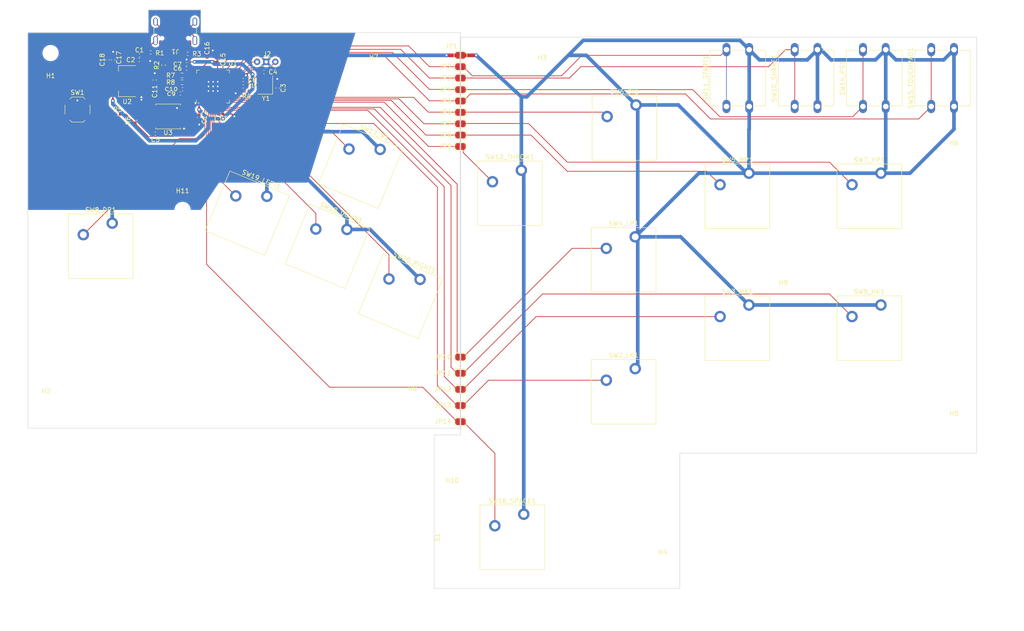
<source format=kicad_pcb>
(kicad_pcb (version 20240108) (generator "pcbnew") (generator_version "8.0")
  (layers (0 "F.Cu" signal) (31 "B.Cu" signal) (34 "B.Paste" user) (35 "F.Paste" user) (36 "B.SilkS" user "B.Silkscreen") (37 "F.SilkS" user "F.Silkscreen") (38 "B.Mask" user) (39 "F.Mask" user) (44 "Edge.Cuts" user))
  (net 0 "")
  (net 1 "VBUS")
  (net 2 "GND")
  (net 3 "+3.3V")
  (net 4 "Net-(C4-Pad2)")
  (net 5 "Net-(J1-SHIELD)")
  (net 6 "Net-(J1-CC2)")
  (net 7 "Net-(J1-CC1)")
  (net 14 "+1V1")
  (net 15 "Net-(R5-Pad1)")
  (net 16 "Net-(U1-USB_DM)")
  (net 17 "Net-(U1-USB_DP)")
  (net 18 "/Main/XIN")
  (net 19 "/Main/XOUT")
  (net 20 "/Main/QSPI_SS")
  (net 21 "/Main/D-")
  (net 22 "/Main/D+")
  (net 23 "/Main/SWCLK")
  (net 24 "/Main/SWDIO")
  (net 25 "/Main/QSPI_SD3")
  (net 26 "/Main/QSPI_SCLK")
  (net 27 "/Main/QSPI_SD0")
  (net 28 "/Main/QSPI_SD2")
  (net 29 "/Main/QSPI_SD1")
  (net 38 "/Buttons/L3")
  (net 39 "/Buttons/S2")
  (net 40 "/Buttons/S1")
  (net 41 "/Buttons/A1")
  (net 42 "/Buttons/A2")
  (net 43 "/Buttons/L1")
  (net 44 "/Buttons/R1")
  (net 45 "/Buttons/B4")
  (net 46 "/Buttons/B3")
  (net 47 "/Buttons/R2")
  (net 48 "/Buttons/B2")
  (net 49 "/Buttons/B1")
  (net 50 "/Buttons/SPACE")
  (net 51 "/Main/S2")
  (net 52 "/Main/S1")
  (net 53 "/Main/A1")
  (net 54 "/Main/A2")
  (net 55 "/Main/L1")
  (net 56 "/Main/R1")
  (net 57 "/Main/B4")
  (net 58 "/Main/L3")
  (net 59 "/Main/B3")
  (net 60 "/Main/R2")
  (net 61 "/Main/B2")
  (net 62 "/Main/B1")
  (net 63 "/Main/SPACE")
  (net 64 "DOWN")
  (net 65 "RIGHT")
  (net 66 "LEFT")
  (net 67 "L2")
  (net 68 "W")
  (footprint "Fightstick_Library:EdgeSolderJumper-2_P1.3mm_Bridged_RoundedPad1.0x1.5mm" (layer "F.Cu") (at 139.07 96.38)
    (property "Reference" "JP10")
    (property "Value" "SolderJumper_2_Bridged")
  )
  (footprint "Capacitor_SMD:C_0402_1005Metric" (layer "F.Cu") (at 68.5 31)
    (property "Reference" "C2")
    (property "Value" "4.7u")
  )
  (footprint "PCM_Switch_Keyboard_Cherry_MX:SW_Cherry_MX_PCB" (layer "F.Cu") (at 228.933943 90)
    (property "Reference" "SW9_HK1")
    (property "Value" "SW_Push")
  )
  (footprint "" (layer "F.Cu") (at 83.7 36.84)
    (property "Reference" "")
    (property "Value" "")
  )
  (footprint "Crystal:Crystal_SMD_3225-4Pin_3.2x2.5mm" (layer "F.Cu") (at 96.146 36.53 90)
    (property "Reference" "Y1")
    (property "Value" "12 mhz crystal")
  )
  (footprint "Capacitor_SMD:C_0402_1005Metric" (layer "F.Cu") (at 77.49875 38.43 180)
    (property "Reference" "C9")
    (property "Value" "100n")
  )
  (footprint "" (layer "F.Cu") (at 85.732 36.84)
    (property "Reference" "")
    (property "Value" "")
  )
  (footprint "Capacitor_SMD:C_0402_1005Metric" (layer "F.Cu") (at 78.88 31.93 180)
    (property "Reference" "C7")
    (property "Value" "1u")
  )
  (footprint "MountingHole:MountingHole_3.2mm_M3" (layer "F.Cu") (at 78 64)
    (property "Reference" "H11")
    (property "Value" "MountingHole")
  )
  (footprint "Button_Switch_THT:SW_SPST_Omron_B3F-40xx" (layer "F.Cu") (at 197.53 41.25 90)
    (property "Reference" "SW11_START1")
    (property "Value" "SW_Push")
  )
  (footprint "Capacitor_SMD:C_0402_1005Metric" (layer "F.Cu") (at 91.32 35.43)
    (property "Reference" "C8")
    (property "Value" "100n")
  )
  (footprint "Button_Switch_SMD:SW_SPST_TL3342" (layer "F.Cu") (at 54.905 41.93)
    (property "Reference" "SW1")
    (property "Value" "Memory Reset")
  )
  (footprint "MountingHole:MountingHole_3.2mm_M3" (layer "F.Cu") (at 247.53 53.5)
    (property "Reference" "H6")
    (property "Value" "MountingHole")
  )
  (footprint "" (layer "F.Cu") (at 85.732 35.824)
    (property "Reference" "")
    (property "Value" "")
  )
  (footprint "" (layer "F.Cu") (at 85.732 37.856)
    (property "Reference" "")
    (property "Value" "")
  )
  (footprint "Resistor_SMD:R_0402_1005Metric" (layer "F.Cu") (at 92.08 37.856 180)
    (property "Reference" "R4")
    (property "Value" "1K")
  )
  (footprint "Capacitor_SMD:C_0402_1005Metric" (layer "F.Cu") (at 61.5 31 90)
    (property "Reference" "C18")
    (property "Value" "4.7u")
  )
  (footprint "Capacitor_SMD:C_0402_1005Metric" (layer "F.Cu") (at 85.63 30.91 90)
    (property "Reference" "C15")
    (property "Value" "100n")
  )
  (footprint "Resistor_SMD:R_0402_1005Metric" (layer "F.Cu") (at 63.761 42.936)
    (property "Reference" "R5")
    (property "Value" "1K")
  )
  (footprint "Resistor_SMD:R_0402_1005Metric" (layer "F.Cu") (at 73.822 32.178 -90)
    (property "Reference" "R2")
    (property "Value" "5.1K")
  )
  (footprint "PCM_Switch_Keyboard_Cherry_MX:SW_Cherry_MX_PCB_1.00u" (layer "F.Cu") (at 125.903943 83 -22.5)
    (property "Reference" "SW20_RIGHT1")
    (property "Value" "SW_Push")
  )
  (footprint "PCM_Switch_Keyboard_Cherry_MX:SW_Cherry_MX_PCB_1.00u" (layer "F.Cu") (at 109.834772 72.014362 -22.5)
    (property "Reference" "SW18_DOWN1")
    (property "Value" "SW_Push")
  )
  (footprint "MountingHole:MountingHole_3.2mm_M3" (layer "F.Cu") (at 183.53 143.5)
    (property "Reference" "H4")
    (property "Value" "MountingHole")
  )
  (footprint "Package_TO_SOT_SMD:SOT-223-3_TabPin2" (layer "F.Cu") (at 65.822 35.678 180)
    (property "Reference" "U2")
    (property "Value" "AMS1117-3.3_SOT223")
  )
  (footprint "Fightstick_Library:Debug_Points" (layer "F.Cu") (at 97.68 31.43 180)
    (property "Reference" "J2")
    (property "Value" "Conn_01x03_Socket")
  )
  (footprint "PCM_Switch_Keyboard_Cherry_MX:SW_Cherry_MX_PCB_1.00u" (layer "F.Cu") (at 117.124891 54.414457 -22.5)
    (property "Reference" "SW17_W1")
    (property "Value" "SW_Push")
  )
  (footprint "Capacitor_SMD:C_0402_1005Metric" (layer "F.Cu") (at 83.38 30.93 90)
    (property "Reference" "C16")
    (property "Value" "100n")
  )
  (footprint "PCM_Switch_Keyboard_Cherry_MX:SW_Cherry_MX_PCB" (layer "F.Cu") (at 199.933943 90)
    (property "Reference" "SW3_MK1")
    (property "Value" "SW_Push")
  )
  (footprint "MountingHole:MountingHole_3.2mm_M3" (layer "F.Cu") (at 49 29.5)
    (property "Reference" "H1")
    (property "Value" "MountingHole")
  )
  (footprint "Capacitor_SMD:C_0402_1005Metric" (layer "F.Cu") (at 77.99875 37.43 180)
    (property "Reference" "C10")
    (property "Value" "100n")
  )
  (footprint "Capacitor_SMD:C_0402_1005Metric" (layer "F.Cu") (at 62.745 30.998 90)
    (property "Reference" "C17")
    (property "Value" "4.7u")
  )
  (footprint "Capacitor_SMD:C_0402_1005Metric" (layer "F.Cu") (at 78.88 32.93 180)
    (property "Reference" "C6")
    (property "Value" "1u")
  )
  (footprint "Fightstick_Library:EdgeSolderJumper-2_P1.3mm_Bridged_RoundedPad1.0x1.5mm" (layer "F.Cu") (at 139.07 32.5)
    (property "Reference" "JP2")
    (property "Value" "SolderJumper_2_Bridged")
  )
  (footprint "Fightstick_Library:EdgeSolderJumper-2_P1.3mm_Bridged_RoundedPad1.0x1.5mm" (layer "F.Cu") (at 139.07 107.03)
    (property "Reference" "JP13")
    (property "Value" "SolderJumper_2_Bridged")
  )
  (footprint "MountingHole:MountingHole_3.2mm_M3" (layer "F.Cu") (at 210.03 75.5)
    (property "Reference" "H9")
    (property "Value" "MountingHole")
  )
  (footprint "Fightstick_Library:EdgeSolderJumper-2_P1.3mm_Bridged_RoundedPad1.0x1.5mm" (layer "F.Cu") (at 139.07 42.55)
    (property "Reference" "JP6")
    (property "Value" "SolderJumper_2_Bridged")
  )
  (footprint "Capacitor_SMD:C_0402_1005Metric" (layer "F.Cu") (at 81.63 43.68 -90)
    (property "Reference" "C12")
    (property "Value" "100n")
  )
  (footprint "MountingHole:MountingHole_3.2mm_M3" (layer "F.Cu") (at 48 108)
    (property "Reference" "H2")
    (property "Value" "MountingHole")
  )
  (footprint "Fightstick_Library:EdgeSolderJumper-2_P1.3mm_Bridged_RoundedPad1.0x1.5mm" (layer "F.Cu") (at 139.07 30)
    (property "Reference" "JP1")
    (property "Value" "SolderJumper_2_Bridged")
  )
  (footprint "PCM_Switch_Keyboard_Cherry_MX:SW_Cherry_MX_PCB" (layer "F.Cu") (at 174.933943 104)
    (property "Reference" "SW2_LK1")
    (property "Value" "SW_Push")
  )
  (footprint "PCM_Switch_Keyboard_Cherry_MX:SW_Cherry_MX_PCB" (layer "F.Cu") (at 60 71.991696)
    (property "Reference" "SW8_DP1")
    (property "Value" "SW_Push")
  )
  (footprint "PCM_Switch_Keyboard_Cherry_MX:SW_Cherry_MX_PCB" (layer "F.Cu") (at 149.915906 60.354124)
    (property "Reference" "SW12_THROW1")
    (property "Value" "SW_Push")
  )
  (footprint "Capacitor_SMD:C_0402_1005Metric" (layer "F.Cu") (at 98.852 37.208 -90)
    (property "Reference" "C3")
    (property "Value" "15p")
  )
  (footprint "" (layer "F.Cu") (at 84.716 37.856)
    (property "Reference" "")
    (property "Value" "")
  )
  (footprint "Fightstick_Library:EdgeSolderJumper-2_P1.3mm_Bridged_RoundedPad1.0x1.5mm" (layer "F.Cu") (at 139.07 99.93)
    (property "Reference" "JP11")
    (property "Value" "SolderJumper_2_Bridged")
  )
  (footprint "Resistor_SMD:R_0603_1608Metric" (layer "F.Cu") (at 77.88 34.43)
    (property "Reference" "R7")
    (property "Value" "27")
  )
  (footprint "" (layer "F.Cu") (at 84.716 35.824)
    (property "Reference" "")
    (property "Value" "")
  )
  (footprint "MountingHole:MountingHole_3.2mm_M3" (layer "F.Cu") (at 152.53 30.5)
    (property "Reference" "H3")
    (property "Value" "MountingHole")
  )
  (footprint "Resistor_SMD:R_0402_1005Metric_Pad0.72x0.64mm_HandSolder" (layer "F.Cu") (at 67.571 44.333 -90)
    (property "Reference" "R6")
    (property "Value" "DNF")
  )
  (footprint "" (layer "F.Cu") (at 84.716 36.84)
    (property "Reference" "")
    (property "Value" "")
  )
  (footprint "Fightstick_Library:EdgeSolderJumper-2_P1.3mm_Bridged_RoundedPad1.0x1.5mm" (layer "F.Cu") (at 139.07 35)
    (property "Reference" "JP3")
    (property "Value" "SolderJumper_2_Bridged")
  )
  (footprint "Capacitor_SMD:C_0402_1005Metric" (layer "F.Cu") (at 72.016 47.254)
    (property "Reference" "C5")
    (property "Value" "100n")
  )
  (footprint "MountingHole:MountingHole_3.2mm_M3" (layer "F.Cu") (at 128.5 107.5)
    (property "Reference" "H8")
    (property "Value" "MountingHole")
  )
  (footprint "Fightstick_Library:EdgeSolderJumper-2_P1.3mm_Bridged_RoundedPad1.0x1.5mm" (layer "F.Cu") (at 139.07 50.05)
    (property "Reference" "JP9")
    (property "Value" "SolderJumper_2_Bridged")
  )
  (footprint "Capacitor_SMD:C_0402_1005Metric" (layer "F.Cu") (at 86.38 42.93)
    (property "Reference" "C13")
    (property "Value" "100n")
  )
  (footprint "Package_DFN_QFN:QFN-56-1EP_7x7mm_P0.4mm_EP3.2x3.2mm" (layer "F.Cu") (at 84.678 36.878 90)
    (property "Reference" "U1")
    (property "Value" "RP2040")
  )
  (footprint "Fightstick_Library:USB_C_Receptacle_U262-161N-4BVC11" (layer "F.Cu") (at 76.38 23.68 180)
    (property "Reference" "J1")
    (property "Value" "USB_C_Receptacle_USB2.0_14P")
  )
  (footprint "Capacitor_SMD:C_0402_1005Metric" (layer "F.Cu") (at 91.32 36.84)
    (property "Reference" "C14")
    (property "Value" "100n")
  )
  (footprint "Fightstick_Library:EdgeSolderJumper-2_P1.3mm_Bridged_RoundedPad1.0x1.5mm" (layer "F.Cu") (at 139.07 110.58)
    (property "Reference" "JP14")
    (property "Value" "SolderJumper_2_Bridged")
  )
  (footprint "PCM_Switch_Keyboard_Cherry_MX:SW_Cherry_MX_PCB" (layer "F.Cu") (at 199.933943 61)
    (property "Reference" "SW5_MP1")
    (property "Value" "SW_Push")
  )
  (footprint "Capacitor_SMD:C_0402_1005Metric" (layer "F.Cu") (at 68.52 30)
    (property "Reference" "C1")
    (property "Value" "4.7u")
  )
  (footprint "PCM_Switch_Keyboard_Cherry_MX:SW_Cherry_MX_PCB" (layer "F.Cu") (at 175.114257 46.000561)
    (property "Reference" "SW6_DI1")
    (property "Value" "SW_Push")
  )
  (footprint "PCM_Mounting_Keyboard_Stabilizer:Stabilizer_Cherry_MX_2.00u" (layer "F.Cu") (at 150.44 136.01)
    (property "Reference" "S1")
    (property "Value" "~")
  )
  (footprint "Resistor_SMD:R_0402_1005Metric" (layer "F.Cu") (at 79.13 29.68)
    (property "Reference" "R3")
    (property "Value" "5.1K")
  )
  (footprint "PCM_Switch_Keyboard_Cherry_MX:SW_Cherry_MX_PCB_1.00u" (layer "F.Cu") (at 92.234867 64.724243 -22.5)
    (property "Reference" "SW19_LEFT1")
    (property "Value" "SW_Push")
  )
  (footprint "Resistor_SMD:R_0603_1608Metric" (layer "F.Cu") (at 77.88 35.93)
    (property "Reference" "R8")
    (property "Value" "27")
  )
  (footprint "PCM_Switch_Keyboard_Cherry_MX:SW_Cherry_MX_PCB" (layer "F.Cu") (at 174.933943 75)
    (property "Reference" "SW4_LP1")
    (property "Value" "SW_Push")
  )
  (footprint "MountingHole:MountingHole_3.2mm_M3" (layer "F.Cu") (at 137.28 119)
    (property "Reference" "H10")
    (property "Value" "MountingHole")
  )
  (footprint "Package_SO:SOIC-8_5.23x5.23mm_P1.27mm" (layer "F.Cu") (at 74.81 43.444 180)
    (property "Reference" "U3")
    (property "Value" "W25Q128JVSIQ")
  )
  (footprint "Fightstick_Library:EdgeSolderJumper-2_P1.3mm_Bridged_RoundedPad1.0x1.5mm" (layer "F.Cu") (at 139.07 37.55)
    (property "Reference" "JP4")
    (property "Value" "SolderJumper_2_Bridged")
  )
  (footprint "PCM_Switch_Keyboard_Cherry_MX:SW_Cherry_MX_PCB" (layer "F.Cu") (at 228.933943 61)
    (property "Reference" "SW7_HP1")
    (property "Value" "SW_Push")
  )
  (footprint "MountingHole:MountingHole_3.2mm_M3" (layer "F.Cu") (at 247.53 113)
    (property "Reference" "H5")
    (property "Value" "MountingHole")
  )
  (footprint "PCM_Switch_Keyboard_Cherry_MX:SW_Cherry_MX_PCB" (layer "F.Cu") (at 150.44 136.01)
    (property "Reference" "SW16_SPACE1")
    (property "Value" "SW_Push")
  )
  (footprint "MountingHole:MountingHole_3.2mm_M3" (layer "F.Cu") (at 120 34.6)
    (property "Reference" "H7")
    (property "Value" "MountingHole")
  )
  (footprint "Button_Switch_THT:SW_SPST_Omron_B3F-40xx" (layer "F.Cu") (at 212.53 41.25 90)
    (property "Reference" "SW10_SHARE1")
    (property "Value" "SW_Push")
  )
  (footprint "" (layer "F.Cu") (at 83.7 37.856)
    (property "Reference" "")
    (property "Value" "")
  )
  (footprint "Capacitor_SMD:C_0402_1005Metric" (layer "F.Cu") (at 71.88 35.43 90)
    (property "Reference" "C11")
    (property "Value" "100n")
  )
  (footprint "" (layer "F.Cu") (at 83.7 35.824)
    (property "Reference" "")
    (property "Value" "")
  )
  (footprint "PCM_kikit:Board" (layer "F.Cu") (at 158.5 26)
    (property "Reference" "B2")
    (property "Value" "Board")
  )
  (footprint "Fightstick_Library:EdgeSolderJumper-2_P1.3mm_Bridged_RoundedPad1.0x1.5mm" (layer "F.Cu") (at 139.07 40.05)
    (property "Reference" "JP5")
    (property "Value" "SolderJumper_2_Bridged")
  )
  (footprint "Capacitor_SMD:C_0402_1005Metric" (layer "F.Cu") (at 95.88 33.68 180)
    (property "Reference" "C4")
    (property "Value" "15p")
  )
  (footprint "Fightstick_Library:EdgeSolderJumper-2_P1.3mm_Bridged_RoundedPad1.0x1.5mm" (layer "F.Cu") (at 139.07 103.48)
    (property "Reference" "JP12")
    (property "Value" "SolderJumper_2_Bridged")
  )
  (footprint "Button_Switch_THT:SW_SPST_Omron_B3F-40xx" (layer "F.Cu") (at 242.53 41.25 90)
    (property "Reference" "SW15_TOUCHPAD1")
    (property "Value" "SW_Push")
  )
  (footprint "Resistor_SMD:R_0402_1005Metric" (layer "F.Cu") (at 71 29.347)
    (property "Reference" "R1")
    (property "Value" "1M")
  )
  (footprint "Fightstick_Library:EdgeSolderJumper-2_P1.3mm_Bridged_RoundedPad1.0x1.5mm" (layer "F.Cu") (at 139.07 47.55)
    (property "Reference" "JP8")
    (property "Value" "SolderJumper_2_Bridged")
  )
  (footprint "Button_Switch_THT:SW_SPST_Omron_B3F-40xx" (layer "F.Cu") (at 227.53 41.25 90)
    (property "Reference" "SW14_PS1")
    (property "Value" "SW_Push")
  )
  (footprint "Fightstick_Library:EdgeSolderJumper-2_P1.3mm_Bridged_RoundedPad1.0x1.5mm" (layer "F.Cu") (at 139.07 45.05)
    (property "Reference" "JP7")
    (property "Value" "SolderJumper_2_Bridged")
  )
  (footprint "PCM_kikit:Board" (layer "F.Cu") (at 57 25)
    (property "Reference" "B1")
    (property "Value" "Board")
  )
  (gr_line (start 252.53 26) (end 252.5 117.5) (stroke (width 0.1)) (layer "Edge.Cuts"))
  (gr_line (start 252.5 117.5) (end 187.28 117.5) (stroke (width 0.1)) (layer "Edge.Cuts"))
  (gr_line (start 44 112) (end 139 112) (stroke (width 0.1)) (layer "Edge.Cuts"))
  (gr_line (start 139 25) (end 139 112) (stroke (width 0.1)) (layer "Edge.Cuts"))
  (gr_line (start 133.28 147.25) (end 187.28 147.25) (stroke (width 0.1)) (layer "Edge.Cuts"))
  (gr_line (start 82 25) (end 82 20) (stroke (width 0.1)) (layer "Edge.Cuts"))
  (gr_line (start 82 20) (end 70.5 20) (stroke (width 0.1)) (layer "Edge.Cuts"))
  (gr_line (start 139 25) (end 82 25) (stroke (width 0.1)) (layer "Edge.Cuts"))
  (gr_line (start 70.5 20) (end 70.5 25) (stroke (width 0.1)) (layer "Edge.Cuts"))
  (gr_line (start 187.28 147.25) (end 187.28 117.5) (stroke (width 0.1)) (layer "Edge.Cuts"))
  (gr_line (start 252.53 26) (end 156.38 26) (stroke (width 0.1)) (layer "Edge.Cuts"))
  (gr_line (start 133.28 113.495) (end 133.28 147.25) (stroke (width 0.1)) (layer "Edge.Cuts"))
  (gr_line (start 139.14 26) (end 156.38 26) (stroke (width 0.1)) (layer "Edge.Cuts"))
  (gr_line (start 70.5 25) (end 44 25) (stroke (width 0.1)) (layer "Edge.Cuts"))
  (gr_line (start 44 25) (end 44 112) (stroke (width 0.1)) (layer "Edge.Cuts"))
  (gr_line (start 139.14 113.5) (end 133.28 113.495) (stroke (width 0.1)) (layer "Edge.Cuts"))
  (gr_line (start 139.14 26) (end 139.14 113.5) (stroke (width 0.1)) (layer "Edge.Cuts"))
  (segment (start 73.98 26.86259) (end 73.98 27.315) (width 0.2) (layer "F.Cu") (net 1))
  (segment (start 68.02 31) (end 68.02 32.426) (width 0.2) (layer "F.Cu") (net 1))
  (segment (start 77.564999 25.53) (end 75.31259 25.53) (width 0.2) (layer "F.Cu") (net 1))
  (segment (start 69.302 33.048) (end 68.972 33.378) (width 0.2) (layer "F.Cu") (net 1))
  (segment (start 70.172 33.378) (end 73.98 29.57) (width 0.2) (layer "F.Cu") (net 1))
  (segment (start 78.78 26.745001) (end 77.564999 25.53) (width 0.2) (layer "F.Cu") (net 1))
  (segment (start 75.31259 25.53) (end 73.98 26.86259) (width 0.2) (layer "F.Cu") (net 1))
  (segment (start 68.04 30.98) (end 68.02 31) (width 0.2) (layer "F.Cu") (net 1))
  (segment (start 68.972 33.378) (end 70.172 33.378) (width 0.2) (layer "F.Cu") (net 1))
  (segment (start 68.04 30) (end 68.04 30.98) (width 0.2) (layer "F.Cu") (net 1))
  (segment (start 73.98 29.57) (end 73.98 27.4) (width 0.2) (layer "F.Cu") (net 1))
  (segment (start 78.78 27.315) (end 78.78 26.745001) (width 0.2) (layer "F.Cu") (net 1))
  (segment (start 68.02 32.426) (end 68.972 33.378) (width 0.2) (layer "F.Cu") (net 1))
  (segment (start 78.4 31.93) (end 78.4 31.41) (width 0.2) (layer "F.Cu") (net 2))
  (segment (start 79.58 27.4) (end 79.58 29.37) (width 0.2) (layer "F.Cu") (net 2))
  (segment (start 91.8 36.84) (end 92.079999 36.84) (width 0.2) (layer "F.Cu") (net 2))
  (segment (start 81.668 44.198) (end 81.63 44.16) (width 0.2) (layer "F.Cu") (net 2))
  (segment (start 95.296 37.63) (end 95.296 37.53) (width 0.2) (layer "F.Cu") (net 2))
  (segment (start 84.63 28.93) (end 83.38 30.18) (width 0.2) (layer "F.Cu") (net 2))
  (segment (start 68.968 39.761) (end 68.968 37.982) (width 0.2) (layer "F.Cu") (net 2))
  (segment (start 86.86 42.93) (end 88.88 42.93) (width 0.2) (layer "F.Cu") (net 2))
  (segment (start 95.296 37.53) (end 96.996 35.83) (width 0.2) (layer "F.Cu") (net 2))
  (segment (start 62.743 30.52) (end 62.745 30.518) (width 0.2) (layer "F.Cu") (net 2))
  (segment (start 91.8 34.51) (end 91.88 34.43) (width 0.2) (layer "F.Cu") (net 2))
  (segment (start 95.296 37.63) (end 95.296 37.73) (width 0.2) (layer "F.Cu") (net 2))
  (segment (start 136 30) (end 138.35 30) (width 0.8) (layer "F.Cu") (net 2))
  (segment (start 71.88 33.93) (end 71.88 34.95) (width 0.2) (layer "F.Cu") (net 2))
  (segment (start 69 30.98) (end 68.98 31) (width 0.2) (layer "F.Cu") (net 2))
  (segment (start 69.02 37.93) (end 68.972 37.978) (width 0.2) (layer "F.Cu") (net 2))
  (segment (start 98.852 35.228) (end 98.813 35.189) (width 0.2) (layer "F.Cu") (net 2))
  (segment (start 68.968 37.982) (end 68.972 37.978) (width 0.2) (layer "F.Cu") (net 2))
  (segment (start 142.53 30) (end 139.68 30) (width 0.8) (layer "F.Cu") (net 2))
  (segment (start 88.1155 37.878) (end 89.183 37.878) (width 0.2) (layer "F.Cu") (net 2))
  (segment (start 70.621 31) (end 70.873 31.252) (width 0.2) (layer "F.Cu") (net 2))
  (segment (start 79.64 29.68) (end 79.64 30.17) (width 0.2) (layer "F.Cu") (net 2))
  (segment (start 94.007975 33.188) (end 93.122 33.188) (width 0.2) (layer "F.Cu") (net 2))
  (segment (start 76.7785 41.6025) (end 76.842 41.539) (width 0.2) (layer "F.Cu") (net 2))
  (segment (start 85.63 30.43) (end 85.63 29.93) (width 0.2) (layer "F.Cu") (net 2))
  (segment (start 54.88 39.93) (end 55.005 40.055) (width 0.15) (layer "F.Cu") (net 2))
  (segment (start 91.8 35.43) (end 91.8 34.51) (width 0.2) (layer "F.Cu") (net 2))
  (segment (start 97.304 33.68) (end 96.36 33.68) (width 0.2) (layer "F.Cu") (net 2))
  (segment (start 89.183 37.878) (end 89.669 38.364) (width 0.2) (layer "F.Cu") (net 2))
  (segment (start 78.4 31.41) (end 78.88 30.93) (width 0.2) (layer "F.Cu") (net 2))
  (segment (start 75.88 37.43) (end 75.38 37.93) (width 0.2) (layer "F.Cu") (net 2))
  (segment (start 62.905 30.678) (end 62.745 30.518) (width 0.2) (layer "F.Cu") (net 2))
  (segment (start 84.64 36.84) (end 84.678 36.878) (width 0.8) (layer "F.Cu") (net 2))
  (segment (start 71.51 30.615) (end 70.873 31.252) (width 0.2) (layer "F.Cu") (net 2))
  (segment (start 79.64 30.17) (end 78.88 30.93) (width 0.2) (layer "F.Cu") (net 2))
  (segment (start 92.079999 36.84) (end 94.38 34.539999) (width 0.2) (layer "F.Cu") (net 2))
  (segment (start 71.51 29.347) (end 71.51 30.615) (width 0.2) (layer "F.Cu") (net 2))
  (segment (start 77.51875 37.43) (end 75.88 37.43) (width 0.2) (layer "F.Cu") (net 2))
  (segment (start 69 30) (end 69 30.98) (width 0.2) (layer "F.Cu") (net 2))
  (segment (start 78.4 32.93) (end 78.4 31.93) (width 0.2) (layer "F.Cu") (net 2))
  (segment (start 71.88 33.93) (end 73.122 32.688) (width 0.2) (layer "F.Cu") (net 2))
  (segment (start 62.745 29.22) (end 62.745 30.518) (width 0.2) (layer "F.Cu") (net 2))
  (segment (start 97.237 35.189) (end 96.996 35.43) (width 0.2) (layer "F.Cu") (net 2))
  (segment (start 54.755 40.055) (end 54.88 39.93) (width 0.15) (layer "F.Cu") (net 2))
  (segment (start 75.88 38.43) (end 75.38 37.93) (width 0.2) (layer "F.Cu") (net 2))
  (segment (start 98.852 36.728) (end 98.852 35.228) (width 0.2) (layer "F.Cu") (net 2))
  (segment (start 75.38 37.93) (end 69.02 37.93) (width 0.2) (layer "F.Cu") (net 2))
  (segment (start 88.88 42.93) (end 89.38 43.43) (width 0.2) (layer "F.Cu") (net 2))
  (segment (start 77.01875 38.43) (end 75.88 38.43) (width 0.2) (layer "F.Cu") (net 2))
  (segment (start 96.996 35.83) (end 96.996 35.43) (width 0.2) (layer "F.Cu") (net 2))
  (segment (start 81.668 45.222) (end 81.668 44.198) (width 0.2) (layer "F.Cu") (net 2))
  (segment (start 94.38 33.560025) (end 94.007975 33.188) (width 0.2) (layer "F.Cu") (net 2))
  (segment (start 83.38 30.18) (end 83.38 30.45) (width 0.2) (layer "F.Cu") (net 2))
  (segment (start 51.905 40.055) (end 54.755 40.055) (width 0.15) (layer "F.Cu") (net 2))
  (segment (start 73.18 28.945) (end 73.18 27.4) (width 0.2) (layer "F.Cu") (net 2))
  (segment (start 61.5 30.52) (end 62.743 30.52) (width 0.2) (layer "F.Cu") (net 2))
  (segment (start 68.98 31) (end 70.621 31) (width 0.2) (layer "F.Cu") (net 2))
  (segment (start 98.813 35.189) (end 97.237 35.189) (width 0.2) (layer "F.Cu") (net 2))
  (segment (start 94.38 34.539999) (end 94.38 33.560025) (width 0.2) (layer "F.Cu") (net 2))
  (segment (start 55.005 40.055) (end 57.905 40.055) (width 0.15) (layer "F.Cu") (net 2))
  (segment (start 76.7785 41.6025) (end 72.496 45.885) (width 0.2) (layer "F.Cu") (net 2))
  (segment (start 93.122 33.188) (end 91.88 34.43) (width 0.2) (layer "F.Cu") (net 2))
  (segment (start 70.873 31.252) (end 73.18 28.945) (width 0.2) (layer "F.Cu") (net 2))
  (segment (start 84.716 36.84) (end 84.64 36.84) (width 0.8) (layer "F.Cu") (net 2))
  (segment (start 85.63 29.93) (end 84.63 28.93) (width 0.2) (layer "F.Cu") (net 2))
  (segment (start 72.496 45.885) (end 72.496 47.254) (width 0.2) (layer "F.Cu") (net 2))
  (segment (start 76.842 41.539) (end 78.41 41.539) (width 0.2) (layer "F.Cu") (net 2))
  (segment (start 98.813 35.189) (end 97.304 33.68) (width 0.2) (layer "F.Cu") (net 2))
  (segment (start 79.58 29.37) (end 79.64 29.43) (width 0.2) (layer "F.Cu") (net 2))
  (segment (start 73.122 32.688) (end 73.822 32.688) (width 0.2) (layer "F.Cu") (net 2))
  (segment (start 84.716 36.916) (end 84.716 36.84) (width 0.8) (layer "F.Cu") (net 2))
  (via (at 89.38 43.43) (size 0.8) (drill 0.4) (layers "F.Cu" "B.Cu") (net 2))
  (via (at 84.63 28.93) (size 0.8) (drill 0.4) (layers "F.Cu" "B.Cu") (net 2))
  (via (at 76.7785 41.6025) (size 0.8) (drill 0.4) (layers "F.Cu" "B.Cu") (net 2))
  (via (at 71.88 33.93) (size 0.8) (drill 0.4) (layers "F.Cu" "B.Cu") (net 2))
  (via (at 81.668 45.222) (size 0.8) (drill 0.4) (layers "F.Cu" "B.Cu") (net 2))
  (via (at 70.873 31.252) (size 0.8) (drill 0.4) (layers "F.Cu" "B.Cu") (net 2))
  (via (at 89.669 38.364) (size 0.8) (drill 0.4) (layers "F.Cu" "B.Cu") (net 2))
  (via (at 91.88 34.43) (size 0.8) (drill 0.4) (layers "F.Cu" "B.Cu") (net 2))
  (via (at 62.745 29.22) (size 0.8) (drill 0.4) (layers "F.Cu" "B.Cu") (net 2))
  (via (at 136 30) (size 0.8) (drill 0.4) (layers "F.Cu" "B.Cu") (net 2))
  (via (at 142.53 30) (size 0.8) (drill 0.4) (layers "F.Cu" "B.Cu") (net 2))
  (via (at 54.88 39.93) (size 0.8) (drill 0.4) (layers "F.Cu" "B.Cu") (net 2))
  (via (at 78.88 30.93) (size 0.8) (drill 0.4) (layers "F.Cu" "B.Cu") (net 2))
  (via (at 68.968 39.761) (size 0.8) (drill 0.4) (layers "F.Cu" "B.Cu") (net 2))
  (via (at 98.813 35.189) (size 0.8) (drill 0.4) (layers "F.Cu" "B.Cu") (net 2))
  (segment (start 178.03 98.363943) (end 177.473943 98.92) (width 0.8) (layer "B.Cu") (net 2))
  (segment (start 245.28 31) (end 247.53 28.75) (width 0.8) (layer "B.Cu") (net 2))
  (segment (start 202.53 41.25) (end 202.53 46.25) (width 0.8) (layer "B.Cu") (net 2))
  (segment (start 202.473943 84.92) (end 231.473943 84.92) (width 0.8) (layer "B.Cu") (net 2))
  (segment (start 162.78 30) (end 166.733696 30) (width 0.8) (layer "B.Cu") (net 2))
  (segment (start 202.53 46.25) (end 202.473943 46.306057) (width 0.8) (layer "B.Cu") (net 2))
  (segment (start 247.53 28.75) (end 247.53 46.25) (width 0.8) (layer "B.Cu") (net 2))
  (segment (start 230.28 31) (end 232.53 28.75) (width 0.8) (layer "B.Cu") (net 2))
  (segment (start 220.53 31) (end 230.28 31) (width 0.8) (layer "B.Cu") (net 2))
  (segment (start 119.208991 68.29307) (end 114.125458 68.29307) (width 0.8) (layer "B.Cu") (net 2))
  (segment (start 178.03 69.363943) (end 178.03 41.296304) (width 0.8) (layer "B.Cu") (net 2))
  (segment (start 177.473943 69.92) (end 187.473943 69.92) (width 0.8) (layer "B.Cu") (net 2))
  (segment (start 202.53 28.75) (end 202.53 41.25) (width 0.8) (layer "B.Cu") (net 2))
  (segment (start 114.125458 68.29307) (end 114.125458 65.875458) (width 0.8) (layer "B.Cu") (net 2))
  (segment (start 152.455906 55.274124) (end 152.455906 39.125906) (width 0.8) (layer "B.Cu") (net 2))
  (segment (start 153.654094 39.125906) (end 162.78 30) (width 0.8) (layer "B.Cu") (net 2))
  (segment (start 200.48 26.7) (end 202.53 28.75) (width 0.8) (layer "B.Cu") (net 2))
  (segment (start 178.03 41.296304) (end 177.654257 40.920561) (width 0.8) (layer "B.Cu") (net 2))
  (segment (start 136 30) (end 113 30) (width 0.8) (layer "B.Cu") (net 2))
  (segment (start 217.53 28.75) (end 218.28 28.75) (width 0.8) (layer "B.Cu") (net 2))
  (segment (start 130.194629 79.278708) (end 119.208991 68.29307) (width 0.8) (layer "B.Cu") (net 2))
  (segment (start 62.54 66.911696) (end 62.54 63.21) (width 0.8) (layer "B.Cu") (net 2))
  (segment (start 152.455906 39.125906) (end 142.53 30) (width 0.8) (layer "B.Cu") (net 2))
  (segment (start 201.95 55.92) (end 202.473943 55.92) (width 0.8) (layer "B.Cu") (net 2))
  (segment (start 166.08 26.7) (end 200.48 26.7) (width 0.8) (layer "B.Cu") (net 2))
  (segment (start 96.525553 54.224447) (end 96.75 54) (width 0.8) (layer "B.Cu") (net 2))
  (segment (start 204.78 31) (end 215.28 31) (width 0.8) (layer "B.Cu") (net 2))
  (segment (start 191.473943 55.92) (end 177.473943 69.92) (width 0.8) (layer "B.Cu") (net 2))
  (segment (start 177.654257 40.920561) (end 186.950561 40.920561) (width 0.8) (layer "B.Cu") (net 2))
  (segment (start 117.522412 46.8) (end 108.2 46.8) (width 0.8) (layer "B.Cu") (net 2))
  (segment (start 114.125458 65.875458) (end 102.25 54) (width 0.8) (layer "B.Cu") (net 2))
  (segment (start 237.86 55.92) (end 231.473943 55.92) (width 0.8) (layer "B.Cu") (net 2))
  (segment (start 177.473943 69.92) (end 178.03 70.476057) (width 0.8) (layer "B.Cu") (net 2))
  (segment (start 202.53 28.75) (end 204.78 31) (width 0.8) (layer "B.Cu") (net 2))
  (segment (start 162.78 30) (end 166.08 26.7) (width 0.8) (layer "B.Cu") (net 2))
  (segment (start 62.54 63.21) (end 62.75 63) (width 0.8) (layer "B.Cu") (net 2))
  (segment (start 234.78 31) (end 245.28 31) (width 0.8) (layer "B.Cu") (net 2))
  (segment (start 218.28 28.75) (end 220.53 31) (width 0.8) (layer "B.Cu") (net 2))
  (segment (start 231.473943 55.92) (end 232.53 54.863943) (width 0.8) (layer "B.Cu") (net 2))
  (segment (start 121.415577 50.693165) (end 117.522412 46.8) (width 0.8) (layer "B.Cu") (net 2))
  (segment (start 232.53 28.75) (end 234.78 31) (width 0.8) (layer "B.Cu") (net 2))
  (segment (start 166.733696 30) (end 177.654257 40.920561) (width 0.8) (layer "B.Cu") (net 2))
  (segment (start 187.473943 69.92) (end 202.473943 84.92) (width 0.8) (layer "B.Cu") (net 2))
  (segment (start 152.98 130.93) (end 152.98 55.798218) (width 0.8) (layer "B.Cu") (net 2))
  (segment (start 215.28 31) (end 217.53 28.75) (width 0.8) (layer "B.Cu") (net 2))
  (segment (start 152.455906 39.125906) (end 153.654094 39.125906) (width 0.8) (layer "B.Cu") (net 2))
  (segment (start 178.03 70.476057) (end 178.03 98.363943) (width 0.8) (layer "B.Cu") (net 2))
  (segment (start 202.473943 55.92) (end 191.473943 55.92) (width 0.8) (layer "B.Cu") (net 2))
  (segment (start 177.473943 69.92) (end 178.03 69.363943) (width 0.8) (layer "B.Cu") (net 2))
  (segment (start 217.53 28.75) (end 217.53 41.25) (width 0.8) (layer "B.Cu") (net 2))
  (segment (start 96.525553 61.002951) (end 96.525553 54.224447) (width 0.8) (layer "B.Cu") (net 2))
  (segment (start 186.950561 40.920561) (end 201.95 55.92) (width 0.8) (layer "B.Cu") (net 2))
  (segment (start 232.53 54.863943) (end 232.53 28.75) (width 0.8) (layer "B.Cu") (net 2))
  (segment (start 202.473943 55.92) (end 231.473943 55.92) (width 0.8) (layer "B.Cu") (net 2))
  (segment (start 177.654257 40.920561) (end 177.633696 40.9) (width 0.8) (layer "B.Cu") (net 2))
  (segment (start 202.473943 55.92) (end 202.473943 46.306057) (width 0.8) (layer "B.Cu") (net 2))
  (segment (start 247.53 46.25) (end 237.86 55.92) (width 0.8) (layer "B.Cu") (net 2))
  (segment (start 81.63 42.968) (end 81.862 43.2) (width 0.2) (layer "F.Cu") (net 3))
  (segment (start 84.52 31.39) (end 85.63 31.39) (width 0.2) (layer "F.Cu") (net 3))
  (segment (start 87.58164 35.078) (end 88.1155 35.078) (width 0.2) (layer "F.Cu") (net 3))
  (segment (start 91.5 36.18) (end 90.84 36.84) (width 0.2) (layer "F.Cu") (net 3))
  (segment (start 62.672 35.678) (end 68.972 35.678) (width 0.8) (layer "F.Cu") (net 3))
  (segment (start 69.09 35.796) (end 68.972 35.678) (width 0.2) (layer "F.Cu") (net 3))
  (segment (start 62.672 40.015) (end 62.672 35.678) (width 0.2) (layer "F.Cu") (net 3))
  (segment (start 61.5 31.48) (end 62.743 31.48) (width 0.2) (layer "F.Cu") (net 3))
  (segment (start 86.91164 34.408) (end 87.58164 35.078) (width 0.2) (layer "F.Cu") (net 3))
  (segment (start 62.564 35.57) (end 62.672 35.678) (width 0.2) (layer "F.Cu") (net 3))
  (segment (start 82.078 32.90664) (end 82.078 33.4405) (width 0.2) (layer "F.Cu") (net 3))
  (segment (start 84.48 31.43) (end 84.52 31.39) (width 0.2) (layer "F.Cu") (net 3))
  (segment (start 90.84 36.84) (end 90.678 36.678) (width 0.2) (layer "F.Cu") (net 3))
  (segment (start 80.63 31.43) (end 79.86 31.43) (width 0.2) (layer "F.Cu") (net 3))
  (segment (start 93.38 34.786134) (end 91.986134 36.18) (width 0.2) (layer "F.Cu") (net 3))
  (segment (start 67.571 43.7355) (end 69.1845 45.349) (width 0.2) (layer "F.Cu") (net 3))
  (segment (start 77.86875 36.82) (end 72.79 36.82) (width 0.2) (layer "F.Cu") (net 3))
  (segment (start 81.2405 36.278) (end 80.14 36.278) (width 0.2) (layer "F.Cu") (net 3))
  (segment (start 62.743 31.48) (end 62.745 31.478) (width 0.2) (layer "F.Cu") (net 3))
  (segment (start 83.36 31.43) (end 83.36 31.62464) (width 0.2) (layer "F.Cu") (net 3))
  (segment (start 81.63 41.93) (end 81.63 42.968) (width 0.2) (layer "F.Cu") (net 3))
  (segment (start 81.2405 34.678) (end 81.2405 34.278) (width 0.2) (layer "F.Cu") (net 3))
  (segment (start 69.1845 45.349) (end 71.21 45.349) (width 0.2) (layer "F.Cu") (net 3))
  (segment (start 67.571 43.7355) (end 67.571 41.477) (width 0.2) (layer "F.Cu") (net 3))
  (segment (start 85.678 33.4405) (end 85.678 33.97436) (width 0.2) (layer "F.Cu") (net 3))
  (segment (start 69.204 35.91) (end 68.972 35.678) (width 0.3) (layer "F.Cu") (net 3))
  (segment (start 80.14 36.278) (end 79.74 36.678) (width 0.2) (layer "F.Cu") (net 3))
  (segment (start 78.988 37.43) (end 79.74 36.678) (width 0.2) (layer "F.Cu") (net 3))
  (segment (start 69.33 35.678) (end 68.972 35.678) (width 0.2) (layer "F.Cu") (net 3))
  (segment (start 71.536 45.675) (end 71.536 47.254) (width 0.2) (layer "F.Cu") (net 3))
  (segment (start 71.21 45.349) (end 71.536 45.675) (width 0.2) (layer "F.Cu") (net 3))
  (segment (start 93.38 34.18) (end 93.38 34.786134) (width 0.2) (layer "F.Cu") (net 3))
  (segment (start 79.74 36.678) (end 81.2405 36.678) (width 0.2) (layer "F.Cu") (net 3))
  (segment (start 81.2405 34.678) (end 81.2405 33.8105) (width 0.2) (layer "F.Cu") (net 3))
  (segment (start 79.86 31.43) (end 79.36 31.93) (width 0.2) (layer "F.Cu") (net 3))
  (segment (start 81.63 41.93) (end 81.63 40.7635) (width 0.2) (layer "F.Cu") (net 3))
  (segment (start 85.678 31.438) (end 85.678 33.4405) (width 0.2) (layer "F.Cu") (net 3))
  (segment (start 62.672 35.678) (end 62.672 31.551) (width 0.2) (layer "F.Cu") (net 3))
  (segment (start 86.11164 34.408) (end 86.91164 34.408) (width 0.2) (layer "F.Cu") (net 3))
  (segment (start 72.79 36.82) (end 71.88 35.91) (width 0.2) (layer "F.Cu") (net 3))
  (segment (start 62.672 31.551) (end 62.745 31.478) (width 0.2) (layer "F.Cu") (net 3))
  (segment (start 86.88 43.91) (end 85.9 42.93) (width 0.2) (layer "F.Cu") (net 3))
  (segment (start 67.571 41.477) (end 62.672 36.578) (width 0.2) (layer "F.Cu") (net 3))
  (segment (start 86.88 43.93) (end 86.88 43.91) (width 0.2) (layer "F.Cu") (net 3))
  (segment (start 83.36 31.62464) (end 82.078 32.90664) (width 0.2) (layer "F.Cu") (net 3))
  (segment (start 85.678 42.026) (end 85.678 40.3155) (width 0.2) (layer "F.Cu") (net 3))
  (segment (start 78.47875 37.43) (end 77.86875 36.82) (width 0.2) (layer "F.Cu") (net 3))
  (segment (start 91.986134 36.18) (end 91.5 36.18) (width 0.2) (layer "F.Cu") (net 3))
  (segment (start 85.678 33.97436) (end 86.11164 34.408) (width 0.2) (layer "F.Cu") (net 3))
  (segment (start 85.63 31.39) (end 85.678 31.438) (width 0.2) (layer "F.Cu") (net 3))
  (segment (start 78.988 37.43) (end 78.47875 37.43) (width 0.2) (layer "F.Cu") (net 3))
  (segment (start 71.88 35.91) (end 69.204 35.91) (width 0.3) (layer "F.Cu") (net 3))
  (segment (start 81.2405 33.8105) (end 79.36 31.93) (width 0.2) (layer "F.Cu") (net 3))
  (segment (start 85.9 42.93) (end 85.9 42.248) (width 0.2) (layer "F.Cu") (net 3))
  (segment (start 62.672 36.578) (end 62.672 35.678) (width 0.2) (layer "F.Cu") (net 3))
  (segment (start 81.63 40.7635) (end 82.078 40.3155) (width 0.2) (layer "F.Cu") (net 3))
  (segment (start 90.678 36.678) (end 88.1155 36.678) (width 0.2) (layer "F.Cu") (net 3))
  (segment (start 85.9 42.248) (end 85.678 42.026) (width 0.2) (layer "F.Cu") (net 3))
  (segment (start 84.48 31.43) (end 83.36 31.43) (width 0.2) (layer "F.Cu") (net 3))
  (via (at 62.672 40.015) (size 0.8) (drill 0.4) (layers "F.Cu" "B.Cu") (net 3))
  (via (at 84.48 31.43) (size 0.8) (drill 0.4) (layers "F.Cu" "B.Cu") (net 3))
  (via (at 81.63 41.93) (size 0.8) (drill 0.4) (layers "F.Cu" "B.Cu") (net 3))
  (via (at 93.38 34.18) (size 0.8) (drill 0.4) (layers "F.Cu" "B.Cu") (net 3))
  (via (at 80.63 31.43) (size 0.8) (drill 0.4) (layers "F.Cu" "B.Cu") (net 3))
  (via (at 86.88 43.93) (size 0.8) (drill 0.4) (layers "F.Cu" "B.Cu") (net 3))
  (segment (start 93.38 37.43) (end 86.88 43.93) (width 0.8) (layer "B.Cu") (net 3))
  (segment (start 93.38 34.18) (end 93.38 37.43) (width 0.8) (layer "B.Cu") (net 3))
  (segment (start 83.63 46.054) (end 83.63 43.93) (width 0.8) (layer "B.Cu") (net 3))
  (segment (start 84.98 31.93) (end 91.13 31.93) (width 0.8) (layer "B.Cu") (net 3))
  (segment (start 86.88 43.93) (end 83.63 43.93) (width 0.8) (layer "B.Cu") (net 3))
  (segment (start 91.13 31.93) (end 93.38 34.18) (width 0.8) (layer "B.Cu") (net 3))
  (segment (start 80.906 48.778) (end 83.63 46.054) (width 0.8) (layer "B.Cu") (net 3))
  (segment (start 62.672 40.704) (end 70.746 48.778) (width 0.8) (layer "B.Cu") (net 3))
  (segment (start 84.48 31.43) (end 80.63 31.43) (width 0.8) (layer "B.Cu") (net 3))
  (segment (start 83.63 43.93) (end 81.63 41.93) (width 0.8) (layer "B.Cu") (net 3))
  (segment (start 70.746 48.778) (end 80.906 48.778) (width 0.8) (layer "B.Cu") (net 3))
  (segment (start 84.48 31.43) (end 84.98 31.93) (width 0.8) (layer "B.Cu") (net 3))
  (segment (start 62.672 40.015) (end 62.672 40.704) (width 0.8) (layer "B.Cu") (net 3))
  (segment (start 92.87 37.856) (end 92.59 37.856) (width 0.15) (layer "F.Cu") (net 4))
  (segment (start 95.296 35.43) (end 92.87 37.856) (width 0.15) (layer "F.Cu") (net 4))
  (segment (start 95.4 35.326) (end 95.296 35.43) (width 0.15) (layer "F.Cu") (net 4))
  (segment (start 95.4 33.93) (end 95.4 35.326) (width 0.15) (layer "F.Cu") (net 4))
  (segment (start 80.7 26.28) (end 80.7 26.03) (width 0.2) (layer "F.Cu") (net 5))
  (segment (start 70.49 29.347) (end 70.49 28.265) (width 0.2) (layer "F.Cu") (net 5))
  (segment (start 72.06 22.83) (end 73.66 24.43) (width 0.2) (layer "F.Cu") (net 5))
  (segment (start 72.06 22.1) (end 72.06 22.83) (width 0.2) (layer "F.Cu") (net 5))
  (segment (start 79.1 24.43) (end 73.66 24.43) (width 0.2) (layer "F.Cu") (net 5))
  (segment (start 72.06 26.03) (end 72.06 26.28) (width 0.2) (layer "F.Cu") (net 5))
  (segment (start 80.7 22.1) (end 80.7 22.83) (width 0.2) (layer "F.Cu") (net 5))
  (segment (start 80.7 22.83) (end 79.1 24.43) (width 0.2) (layer "F.Cu") (net 5))
  (segment (start 70.49 28.265) (end 72.06 26.695) (width 0.2) (layer "F.Cu") (net 5))
  (segment (start 80.7 26.03) (end 79.1 24.43) (width 0.2) (layer "F.Cu") (net 5))
  (segment (start 73.66 24.43) (end 72.06 26.03) (width 0.2) (layer "F.Cu") (net 5))
  (segment (start 73.822 31.668) (end 74.63 30.86) (width 0.2) (layer "F.Cu") (net 6))
  (segment (start 74.63 30.86) (end 74.63 27.4) (width 0.2) (layer "F.Cu") (net 6))
  (segment (start 78.62 29.68) (end 78.62 29.17) (width 0.15) (layer "F.Cu") (net 7))
  (segment (start 78.62 29.17) (end 77.63 28.18) (width 0.15) (layer "F.Cu") (net 7))
  (segment (start 77.63 28.18) (end 77.63 27.4) (width 0.15) (layer "F.Cu") (net 7))
  (segment (start 81.77436 37.078) (end 81.2405 37.078) (width 0.2) (layer "F.Cu") (net 14))
  (segment (start 81.978 36.87436) (end 81.77436 37.078) (width 0.2) (layer "F.Cu") (net 14))
  (segment (start 79.36 33.73136) (end 79.36 32.93) (width 0.2) (layer "F.Cu") (net 14))
  (segment (start 81.77436 35.078) (end 81.978 35.28164) (width 0.2) (layer "F.Cu") (net 14))
  (segment (start 79.905686 37.078) (end 81.2405 37.078) (width 0.2) (layer "F.Cu") (net 14))
  (segment (start 81.2405 35.078) (end 81.77436 35.078) (width 0.2) (layer "F.Cu") (net 14))
  (segment (start 81.978 35.28164) (end 81.978 36.87436) (width 0.2) (layer "F.Cu") (net 14))
  (segment (start 87.45964 36.278) (end 88.1155 36.278) (width 0.2) (layer "F.Cu") (net 14))
  (segment (start 87.002 35.82036) (end 87.45964 36.278) (width 0.2) (layer "F.Cu") (net 14))
  (segment (start 86.682 34.808) (end 87.002 35.128) (width 0.2) (layer "F.Cu") (net 14))
  (segment (start 78.553686 38.43) (end 77.97875 38.43) (width 0.2) (layer "F.Cu") (net 14))
  (segment (start 89.992 36.278) (end 90.84 35.43) (width 0.2) (layer "F.Cu") (net 14))
  (segment (start 78.553686 38.43) (end 79.905686 37.078) (width 0.2) (layer "F.Cu") (net 14))
  (segment (start 81.2405 35.078) (end 80.70664 35.078) (width 0.2) (layer "F.Cu") (net 14))
  (segment (start 82.43 34.808) (end 86.682 34.808) (width 0.2) (layer "F.Cu") (net 14))
  (segment (start 80.70664 35.078) (end 79.36 33.73136) (width 0.2) (layer "F.Cu") (net 14))
  (segment (start 82.16 35.078) (end 82.43 34.808) (width 0.2) (layer "F.Cu") (net 14))
  (segment (start 88.1155 36.278) (end 89.992 36.278) (width 0.2) (layer "F.Cu") (net 14))
  (segment (start 81.2405 35.078) (end 82.16 35.078) (width 0.2) (layer "F.Cu") (net 14))
  (segment (start 87.002 35.128) (end 87.002 35.82036) (width 0.2) (layer "F.Cu") (net 14))
  (segment (start 63.245 42.93) (end 63.251 42.936) (width 0.15) (layer "F.Cu") (net 15))
  (segment (start 57.905 43.805) (end 51.905 43.805) (width 0.15) (layer "F.Cu") (net 15))
  (segment (start 57.905 43.805) (end 62.382 43.805) (width 0.15) (layer "F.Cu") (net 15))
  (segment (start 62.382 43.805) (end 63.251 42.936) (width 0.15) (layer "F.Cu") (net 15))
  (segment (start 79.8405 35.478) (end 78.7925 34.43) (width 0.2) (layer "F.Cu") (net 16))
  (segment (start 78.7925 34.43) (end 78.705 34.43) (width 0.2) (layer "F.Cu") (net 16))
  (segment (start 81.2405 35.478) (end 79.8405 35.478) (width 0.2) (layer "F.Cu") (net 16))
  (segment (start 81.2405 35.878) (end 78.757 35.878) (width 0.2) (layer "F.Cu") (net 17))
  (segment (start 78.757 35.878) (end 78.705 35.93) (width 0.2) (layer "F.Cu") (net 17))
  (segment (start 95.746 38.88) (end 91.339026 38.88) (width 0.15) (layer "F.Cu") (net 18))
  (segment (start 97.18 37.63) (end 97.238 37.688) (width 0.15) (layer "F.Cu") (net 18))
  (segment (start 89.937026 37.478) (end 88.1155 37.478) (width 0.15) (layer "F.Cu") (net 18))
  (segment (start 91.339026 38.88) (end 89.937026 37.478) (width 0.15) (layer "F.Cu") (net 18))
  (segment (start 97.238 37.688) (end 98.852 37.688) (width 0.15) (layer "F.Cu") (net 18))
  (segment (start 96.996 37.63) (end 95.746 38.88) (width 0.15) (layer "F.Cu") (net 18))
  (segment (start 96.996 37.63) (end 97.18 37.63) (width 0.15) (layer "F.Cu") (net 18))
  (segment (start 90.81 37.856) (end 90.032 37.078) (width 0.15) (layer "F.Cu") (net 19))
  (segment (start 90.032 37.078) (end 88.1155 37.078) (width 0.15) (layer "F.Cu") (net 19))
  (segment (start 91.57 37.856) (end 90.81 37.856) (width 0.15) (layer "F.Cu") (net 19))
  (segment (start 64.271 42.936) (end 65.5765 42.936) (width 0.15) (layer "F.Cu") (net 20))
  (segment (start 65.5765 42.936) (end 67.571 44.9305) (width 0.15) (layer "F.Cu") (net 20))
  (segment (start 70.4795 47.839) (end 75.92 47.839) (width 0.15) (layer "F.Cu") (net 20))
  (segment (start 78.41 45.349) (end 79.209999 45.349) (width 0.15) (layer "F.Cu") (net 20))
  (segment (start 80.652 40.0665) (end 81.2405 39.478) (width 0.15) (layer "F.Cu") (net 20))
  (segment (start 80.652 43.906999) (end 80.652 40.0665) (width 0.15) (layer "F.Cu") (net 20))
  (segment (start 79.209999 45.349) (end 80.652 43.906999) (width 0.15) (layer "F.Cu") (net 20))
  (segment (start 67.571 44.9305) (end 70.4795 47.839) (width 0.15) (layer "F.Cu") (net 20))
  (segment (start 75.92 47.839) (end 78.41 45.349) (width 0.15) (layer "F.Cu") (net 20))
  (segment (start 77.13 26.88) (end 77.13 28.78188) (width 0.2) (layer "F.Cu") (net 21))
  (segment (start 76.13 27.78188) (end 76.13 26.88) (width 0.2) (layer "F.Cu") (net 21))
  (segment (start 76.99447 28.78188) (end 76.13 27.91741) (width 0.2) (layer "F.Cu") (net 21))
  (segment (start 77.055 34.43) (end 77.13 34.355) (width 0.8) (layer "F.Cu") (net 21))
  (segment (start 77.13 34.355) (end 77.13 28.78188) (width 0.8) (layer "F.Cu") (net 21))
  (segment (start 76.13 27.91741) (end 76.13 27.315) (width 0.2) (layer "F.Cu") (net 21))
  (segment (start 77.13 28.78188) (end 76.99447 28.78188) (width 0.2) (layer "F.Cu") (net 21))
  (segment (start 76.63 26.25259) (end 76.30741 25.93) (width 0.2) (layer "F.Cu") (net 22))
  (segment (start 75.95259 25.93) (end 75.63 26.25259) (width 0.2) (layer "F.Cu") (net 22))
  (segment (start 75.63 34.68) (end 75.63 28.68) (width 0.8) (layer "F.Cu") (net 22))
  (segment (start 75.63 26.25259) (end 75.63 28.68) (width 0.2) (layer "F.Cu") (net 22))
  (segment (start 76.88 35.93) (end 75.63 34.68) (width 0.8) (layer "F.Cu") (net 22))
  (segment (start 76.30741 25.93) (end 75.95259 25.93) (width 0.2) (layer "F.Cu") (net 22))
  (segment (start 77.055 35.93) (end 76.88 35.93) (width 0.8) (layer "F.Cu") (net 22))
  (segment (start 76.63 26.88) (end 76.63 26.25259) (width 0.2) (layer "F.Cu") (net 22))
  (segment (start 92.497 32.813) (end 89.432 35.878) (width 0.15) (layer "F.Cu") (net 23))
  (segment (start 96.997 32.813) (end 92.497 32.813) (width 0.15) (layer "F.Cu") (net 23))
  (segment (start 89.432 35.878) (end 88.1155 35.878) (width 0.15) (layer "F.Cu") (net 23))
  (segment (start 98.38 31.43) (end 96.997 32.813) (width 0.15) (layer "F.Cu") (net 23))
  (segment (start 88.1155 35.478) (end 89.337026 35.478) (width 0.15) (layer "F.Cu") (net 24))
  (segment (start 93.385026 31.43) (end 94.38 31.43) (width 0.15) (layer "F.Cu") (net 24))
  (segment (start 89.337026 35.478) (end 93.385026 31.43) (width 0.15) (layer "F.Cu") (net 24))
  (segment (start 77.818016 39.696) (end 71.065 39.696) (width 0.15) (layer "F.Cu") (net 25))
  (segment (start 81.2405 37.478) (end 80.036016 37.478) (width 0.15) (layer "F.Cu") (net 25))
  (segment (start 69.785 40.976) (end 69.785 42.864) (width 0.15) (layer "F.Cu") (net 25))
  (segment (start 69.785 42.864) (end 71 44.079) (width 0.15) (layer "F.Cu") (net 25))
  (segment (start 71 44.079) (end 71.21 44.079) (width 0.15) (layer "F.Cu") (net 25))
  (segment (start 71.065 39.696) (end 69.785 40.976) (width 0.15) (layer "F.Cu") (net 25))
  (segment (start 80.036016 37.478) (end 77.818016 39.696) (width 0.15) (layer "F.Cu") (net 25))
  (segment (start 78.075042 40.046) (end 71.223 40.046) (width 0.15) (layer "F.Cu") (net 26))
  (segment (start 70.410001 42.809) (end 71.21 42.809) (width 0.15) (layer "F.Cu") (net 26))
  (segment (start 80.243042 37.878) (end 78.075042 40.046) (width 0.15) (layer "F.Cu") (net 26))
  (segment (start 70.135 41.134) (end 70.135 42.533999) (width 0.15) (layer "F.Cu") (net 26))
  (segment (start 71.223 40.046) (end 70.135 41.134) (width 0.15) (layer "F.Cu") (net 26))
  (segment (start 70.135 42.533999) (end 70.410001 42.809) (width 0.15) (layer "F.Cu") (net 26))
  (segment (start 81.2405 37.878) (end 80.243042 37.878) (width 0.15) (layer "F.Cu") (net 26))
  (segment (start 80.338016 38.278) (end 81.2405 38.278) (width 0.15) (layer "F.Cu") (net 27))
  (segment (start 78.220016 40.396) (end 80.338016 38.278) (width 0.15) (layer "F.Cu") (net 27))
  (segment (start 71.21 41.539) (end 72.353 40.396) (width 0.15) (layer "F.Cu") (net 27))
  (segment (start 72.353 40.396) (end 78.220016 40.396) (width 0.15) (layer "F.Cu") (net 27))
  (segment (start 78.41 42.809) (end 79.209999 42.809) (width 0.15) (layer "F.Cu") (net 28))
  (segment (start 80.534 38.678) (end 81.2405 38.678) (width 0.15) (layer "F.Cu") (net 28))
  (segment (start 79.209999 42.809) (end 79.63 42.388999) (width 0.15) (layer "F.Cu") (net 28))
  (segment (start 79.63 42.388999) (end 79.63 39.582) (width 0.15) (layer "F.Cu") (net 28))
  (segment (start 79.63 39.582) (end 80.534 38.678) (width 0.15) (layer "F.Cu") (net 28))
  (segment (start 80.144 39.562974) (end 80.628974 39.078) (width 0.15) (layer "F.Cu") (net 29))
  (segment (start 79.209999 44.079) (end 80.144 43.144999) (width 0.15) (layer "F.Cu") (net 29))
  (segment (start 78.41 44.079) (end 79.209999 44.079) (width 0.15) (layer "F.Cu") (net 29))
  (segment (start 80.628974 39.078) (end 81.2405 39.078) (width 0.15) (layer "F.Cu") (net 29))
  (segment (start 80.144 43.144999) (end 80.144 39.562974) (width 0.15) (layer "F.Cu") (net 29))
  (segment (start 139.68 50.05) (end 139.68 51.388218) (width 0.15) (layer "F.Cu") (net 38))
  (segment (start 139.68 51.388218) (end 146.105906 57.814124) (width 0.15) (layer "F.Cu") (net 38))
  (segment (start 165.78 30) (end 196.28 30) (width 0.15) (layer "F.Cu") (net 39))
  (segment (start 141.68 34.5) (end 161.28 34.5) (width 0.15) (layer "F.Cu") (net 39))
  (segment (start 196.28 30) (end 197.53 28.75) (width 0.15) (layer "F.Cu") (net 39))
  (segment (start 139.68 32.5) (end 141.68 34.5) (width 0.15) (layer "F.Cu") (net 39))
  (segment (start 161.28 34.5) (end 165.78 30) (width 0.15) (layer "F.Cu") (net 39))
  (segment (start 197.53 28.75) (end 197.53 41.25) (width 0.15) (layer "B.Cu") (net 39))
  (segment (start 212.53 28.75) (end 212.53 41.25) (width 0.15) (layer "F.Cu") (net 40))
  (segment (start 165.53 32.5) (end 206.78 32.5) (width 0.15) (layer "F.Cu") (net 40))
  (segment (start 210.53 28.75) (end 212.53 28.75) (width 0.15) (layer "F.Cu") (net 40))
  (segment (start 163.03 35) (end 165.53 32.5) (width 0.15) (layer "F.Cu") (net 40))
  (segment (start 139.68 35) (end 163.03 35) (width 0.15) (layer "F.Cu") (net 40))
  (segment (start 206.78 32.5) (end 210.53 28.75) (width 0.15) (layer "F.Cu") (net 40))
  (segment (start 225.28 43.5) (end 227.53 41.25) (width 0.15) (layer "F.Cu") (net 41))
  (segment (start 196.059505 43.5) (end 225.28 43.5) (width 0.15) (layer "F.Cu") (net 41))
  (segment (start 190.109505 37.55) (end 196.059505 43.5) (width 0.15) (layer "F.Cu") (net 41))
  (segment (start 227.53 28.75) (end 227.53 41.25) (width 0.15) (layer "F.Cu") (net 41))
  (segment (start 139.68 37.55) (end 190.109505 37.55) (width 0.15) (layer "F.Cu") (net 41))
  (segment (start 242.53 28.75) (end 242.53 41.25) (width 0.15) (layer "F.Cu") (net 42))
  (segment (start 188.53 38.5) (end 194.03 44) (width 0.15) (layer "F.Cu") (net 42))
  (segment (start 239.78 44) (end 242.53 41.25) (width 0.15) (layer "F.Cu") (net 42))
  (segment (start 141.23 38.5) (end 188.53 38.5) (width 0.15) (layer "F.Cu") (net 42))
  (segment (start 194.03 44) (end 239.78 44) (width 0.15) (layer "F.Cu") (net 42))
  (segment (start 139.68 40.05) (end 141.23 38.5) (width 0.15) (layer "F.Cu") (net 42))
  (segment (start 170.841845 43.460561) (end 171.304257 43.460561) (width 0.2) (layer "F.Cu") (net 43))
  (segment (start 139.73 42.5) (end 139.68 42.55) (width 0.15) (layer "F.Cu") (net 43))
  (segment (start 170.343696 42.5) (end 139.73 42.5) (width 0.15) (layer "F.Cu") (net 43))
  (segment (start 171.304257 43.460561) (end 170.343696 42.5) (width 0.15) (layer "F.Cu") (net 43))
  (segment (start 220.163943 53.5) (end 162.53 53.5) (width 0.15) (layer "F.Cu") (net 44))
  (segment (start 162.53 53.5) (end 154.03 45) (width 0.15) (layer "F.Cu") (net 44))
  (segment (start 154.03 45) (end 139.73 45) (width 0.15) (layer "F.Cu") (net 44))
  (segment (start 139.73 45) (end 139.68 45.05) (width 0.15) (layer "F.Cu") (net 44))
  (segment (start 225.123943 58.46) (end 220.163943 53.5) (width 0.15) (layer "F.Cu") (net 44))
  (segment (start 193.163943 55.5) (end 196.123943 58.46) (width 0.15) (layer "F.Cu") (net 45))
  (segment (start 162.532513 55.5) (end 193.163943 55.5) (width 0.15) (layer "F.Cu") (net 45))
  (segment (start 154.582513 47.55) (end 162.532513 55.5) (width 0.15) (layer "F.Cu") (net 45))
  (segment (start 139.68 47.55) (end 154.582513 47.55) (width 0.15) (layer "F.Cu") (net 45))
  (segment (start 171.123943 72.46) (end 163.6 72.46) (width 0.15) (layer "F.Cu") (net 46))
  (segment (start 163.6 72.46) (end 139.68 96.38) (width 0.15) (layer "F.Cu") (net 46))
  (segment (start 139.68 99.93) (end 157.11 82.5) (width 0.15) (layer "F.Cu") (net 47))
  (segment (start 220.163943 82.5) (end 225.123943 87.46) (width 0.15) (layer "F.Cu") (net 47))
  (segment (start 157.11 82.5) (end 220.163943 82.5) (width 0.15) (layer "F.Cu") (net 47))
  (segment (start 196.123943 87.46) (end 155.7 87.46) (width 0.15) (layer "F.Cu") (net 48))
  (segment (start 155.7 87.46) (end 139.68 103.48) (width 0.15) (layer "F.Cu") (net 48))
  (segment (start 145.25 101.46) (end 171.123943 101.46) (width 0.15) (layer "F.Cu") (net 49))
  (segment (start 139.68 107.03) (end 145.25 101.46) (width 0.15) (layer "F.Cu") (net 49))
  (segment (start 146.63 117.53) (end 139.68 110.58) (width 0.15) (layer "F.Cu") (net 50))
  (segment (start 146.63 133.47) (end 146.63 117.53) (width 0.15) (layer "F.Cu") (net 50))
  (segment (start 86.878 33.4405) (end 86.878 31.932) (width 0.15) (layer "F.Cu") (net 51))
  (segment (start 86.878 31.932) (end 90.88 27.93) (width 0.15) (layer "F.Cu") (net 51))
  (segment (start 127.68 27.93) (end 132.25 32.5) (width 0.15) (layer "F.Cu") (net 51))
  (segment (start 90.88 27.93) (end 127.68 27.93) (width 0.15) (layer "F.Cu") (net 51))
  (segment (start 132.25 32.5) (end 138.35 32.5) (width 0.15) (layer "F.Cu") (net 51))
  (segment (start 87.278 33.4405) (end 92.0385 28.68) (width 0.15) (layer "F.Cu") (net 52))
  (segment (start 132.25 35) (end 138.35 35) (width 0.15) (layer "F.Cu") (net 52))
  (segment (start 125.93 28.68) (end 132.25 35) (width 0.15) (layer "F.Cu") (net 52))
  (segment (start 92.0385 28.68) (end 125.93 28.68) (width 0.15) (layer "F.Cu") (net 52))
  (segment (start 132.25 37.5) (end 138.3 37.5) (width 0.15) (layer "F.Cu") (net 53))
  (segment (start 124.13 29.38) (end 132.25 37.5) (width 0.15) (layer "F.Cu") (net 53))
  (segment (start 88.1155 34.278) (end 93.0135 29.38) (width 0.15) (layer "F.Cu") (net 53))
  (segment (start 93.0135 29.38) (end 124.13 29.38) (width 0.15) (layer "F.Cu") (net 53))
  (segment (start 138.3 37.5) (end 138.35 37.55) (width 0.15) (layer "F.Cu") (net 53))
  (segment (start 132.25 40) (end 138.3 40) (width 0.15) (layer "F.Cu") (net 54))
  (segment (start 93.362006 29.93) (end 122.18 29.93) (width 0.15) (layer "F.Cu") (net 54))
  (segment (start 88.1155 34.678) (end 88.614006 34.678) (width 0.15) (layer "F.Cu") (net 54))
  (segment (start 138.3 40) (end 138.35 40.05) (width 0.15) (layer "F.Cu") (net 54))
  (segment (start 88.614006 34.678) (end 93.362006 29.93) (width 0.15) (layer "F.Cu") (net 54))
  (segment (start 122.18 29.93) (end 132.25 40) (width 0.15) (layer "F.Cu") (net 54))
  (segment (start 88.84 38.678) (end 88.1155 38.678) (width 0.15) (layer "F.Cu") (net 55))
  (segment (start 132 42.5) (end 128.73 39.23) (width 0.15) (layer "F.Cu") (net 55))
  (segment (start 89.392 39.23) (end 88.84 38.678) (width 0.15) (layer "F.Cu") (net 55))
  (segment (start 138.35 42.55) (end 138.3 42.5) (width 0.15) (layer "F.Cu") (net 55))
  (segment (start 128.73 39.23) (end 89.392 39.23) (width 0.15) (layer "F.Cu") (net 55))
  (segment (start 138.3 42.5) (end 132 42.5) (width 0.15) (layer "F.Cu") (net 55))
  (segment (start 138.35 45.05) (end 131.05 45.05) (width 0.15) (layer "F.Cu") (net 56))
  (segment (start 89.116006 39.58) (end 88.614006 39.078) (width 0.15) (layer "F.Cu") (net 56))
  (segment (start 88.614006 39.078) (end 88.1155 39.078) (width 0.15) (layer "F.Cu") (net 56))
  (segment (start 125.58 39.58) (end 89.116006 39.58) (width 0.15) (layer "F.Cu") (net 56))
  (segment (start 131.05 45.05) (end 125.58 39.58) (width 0.15) (layer "F.Cu") (net 56))
  (segment (start 88.5675 39.93) (end 88.1155 39.478) (width 0.15) (layer "F.Cu") (net 57))
  (segment (start 138.35 47.55) (end 131.5 47.55) (width 0.15) (layer "F.Cu") (net 57))
  (segment (start 123.88 39.93) (end 88.5675 39.93) (width 0.15) (layer "F.Cu") (net 57))
  (segment (start 131.5 47.55) (end 123.88 39.93) (width 0.15) (layer "F.Cu") (net 57))
  (segment (start 132.05 50.05) (end 122.3155 40.3155) (width 0.15) (layer "F.Cu") (net 58))
  (segment (start 122.3155 40.3155) (end 87.278 40.3155) (width 0.15) (layer "F.Cu") (net 58))
  (segment (start 138.35 50.05) (end 132.05 50.05) (width 0.15) (layer "F.Cu") (net 58))
  (segment (start 138.35 58.35) (end 121.43 41.43) (width 0.15) (layer "F.Cu") (net 59))
  (segment (start 138.35 96.38) (end 138.35 58.35) (width 0.15) (layer "F.Cu") (net 59))
  (segment (start 87.493994 41.43) (end 86.878 40.814006) (width 0.15) (layer "F.Cu") (net 59))
  (segment (start 86.878 40.814006) (end 86.878 40.3155) (width 0.15) (layer "F.Cu") (net 59))
  (segment (start 121.43 41.43) (end 87.493994 41.43) (width 0.15) (layer "F.Cu") (net 59))
  (segment (start 137 98.58) (end 137 58.65) (width 0.15) (layer "F.Cu") (net 60))
  (segment (start 87.086997 41.78) (end 86.478 41.171003) (width 0.15) (layer "F.Cu") (net 60))
  (segment (start 137 58.65) (end 120.13 41.78) (width 0.15) (layer "F.Cu") (net 60))
  (segment (start 120.13 41.78) (end 87.086997 41.78) (width 0.15) (layer "F.Cu") (net 60))
  (segment (start 86.478 41.171003) (end 86.478 40.3155) (width 0.15) (layer "F.Cu") (net 60))
  (segment (start 138.35 99.93) (end 137 98.58) (width 0.15) (layer "F.Cu") (net 60))
  (segment (start 86.078 41.628) (end 86.078 40.3155) (width 0.15) (layer "F.Cu") (net 61))
  (segment (start 118.73 42.13) (end 86.58 42.13) (width 0.15) (layer "F.Cu") (net 61))
  (segment (start 86.58 42.13) (end 86.078 41.628) (width 0.15) (layer "F.Cu") (net 61))
  (segment (start 138.35 103.48) (end 135.5 100.63) (width 0.15) (layer "F.Cu") (net 61))
  (segment (start 135.5 58.9) (end 118.73 42.13) (width 0.15) (layer "F.Cu") (net 61))
  (segment (start 135.5 100.63) (end 135.5 58.9) (width 0.15) (layer "F.Cu") (net 61))
  (segment (start 134 102.68) (end 134 59) (width 0.15) (layer "F.Cu") (net 62))
  (segment (start 85.278 43.828) (end 85.278 40.3155) (width 0.15) (layer "F.Cu") (net 62))
  (segment (start 86.45 45) (end 85.278 43.828) (width 0.15) (layer "F.Cu") (net 62))
  (segment (start 120 45) (end 86.45 45) (width 0.15) (layer "F.Cu") (net 62))
  (segment (start 138.35 107.03) (end 134 102.68) (width 0.15) (layer "F.Cu") (net 62))
  (segment (start 134 59) (end 120 45) (width 0.15) (layer "F.Cu") (net 62))
  (segment (start 83.278 75.978) (end 110.3 103) (width 0.15) (layer "F.Cu") (net 63))
  (segment (start 130.77 103) (end 138.35 110.58) (width 0.15) (layer "F.Cu") (net 63))
  (segment (start 83.278 40.3155) (end 83.278 75.978) (width 0.15) (layer "F.Cu") (net 63))
  (segment (start 110.3 103) (end 130.77 103) (width 0.15) (layer "F.Cu") (net 63))
  (segment (start 107.286807 64.786807) (end 92.128 49.628) (width 0.15) (layer "F.Cu") (net 64))
  (segment (start 86.69675 49.628) (end 84.078 47.00925) (width 0.15) (layer "F.Cu") (net 64))
  (segment (start 92.128 49.628) (end 86.69675 49.628) (width 0.15) (layer "F.Cu") (net 64))
  (segment (start 107.286807 68.209684) (end 107.286807 64.786807) (width 0.15) (layer "F.Cu") (net 64))
  (segment (start 84.078 47.00925) (end 84.078 40.3155) (width 0.15) (layer "F.Cu") (net 64))
  (segment (start 123.355978 79.195322) (end 123.355978 73.855978) (width 0.15) (layer "F.Cu") (net 65))
  (segment (start 97.43 47.93) (end 85.88 47.93) (width 0.15) (layer "F.Cu") (net 65))
  (segment (start 84.478 46.528) (end 84.478 40.3155) (width 0.15) (layer "F.Cu") (net 65))
  (segment (start 123.355978 73.855978) (end 97.43 47.93) (width 0.15) (layer "F.Cu") (net 65))
  (segment (start 85.88 47.93) (end 84.478 46.528) (width 0.15) (layer "F.Cu") (net 65))
  (segment (start 83.678 54.910663) (end 89.686902 60.919565) (width 0.15) (layer "F.Cu") (net 66))
  (segment (start 83.678 40.3155) (end 83.678 54.910663) (width 0.15) (layer "F.Cu") (net 66))
  (segment (start 82.04 48.27) (end 82.878 47.432) (width 0.15) (layer "F.Cu") (net 67))
  (segment (start 77.371696 48.27) (end 82.04 48.27) (width 0.15) (layer "F.Cu") (net 67))
  (segment (start 56.19 69.451696) (end 77.371696 48.27) (width 0.15) (layer "F.Cu") (net 67))
  (segment (start 82.878 47.432) (end 82.878 40.3155) (width 0.15) (layer "F.Cu") (net 67))
  (segment (start 86.49875 46.43) (end 84.878 44.80925) (width 0.15) (layer "F.Cu") (net 68))
  (segment (start 84.878 44.80925) (end 84.878 40.3155) (width 0.15) (layer "F.Cu") (net 68))
  (segment (start 110.397147 46.43) (end 86.49875 46.43) (width 0.15) (layer "F.Cu") (net 68))
  (segment (start 114.576926 50.609779) (end 110.397147 46.43) (width 0.15) (layer "F.Cu") (net 68))
  (zone (net 2) (net_name "GND") (layer "B.Cu") (connect_pads (clearance 0.5)) (min_thickness 0.25) (fill yes (thermal_gap 0.5) (thermal_bridge_width 0.5))
    (polygon (pts (xy 70.5 20) (xy 70.5 25) (xy 44 25) (xy 44 64) (xy 82 64) (xy 86 58) (xy 105.5 58) (xy 116 25) (xy 82 25) (xy 82 20)))
  )
)
</source>
